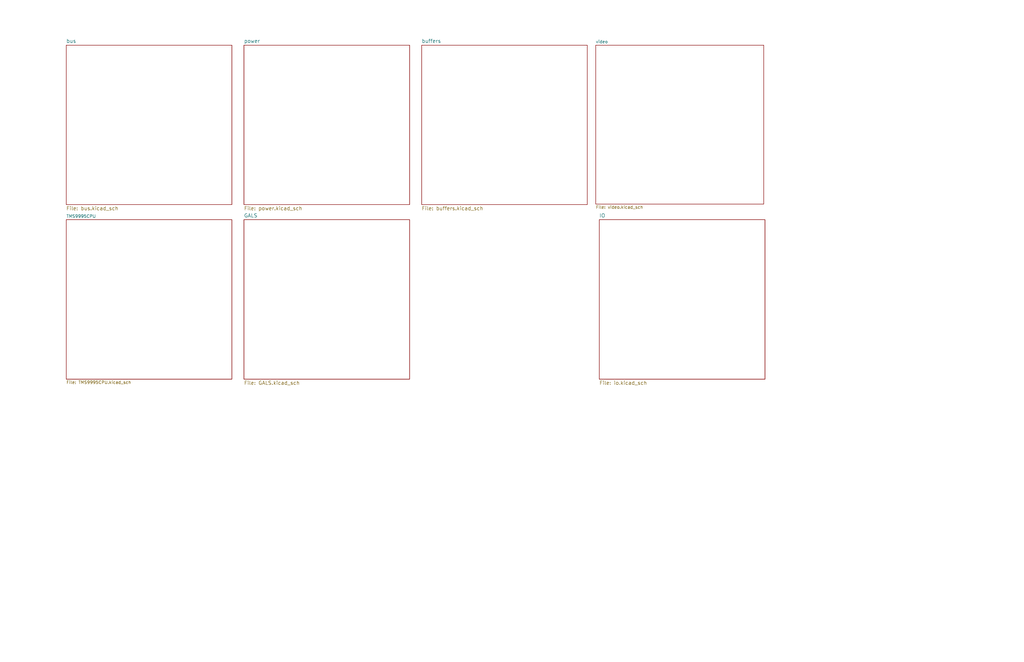
<source format=kicad_sch>
(kicad_sch
	(version 20231120)
	(generator "eeschema")
	(generator_version "8.0")
	(uuid "18cdbc1e-88fb-4fa4-ad3d-e978304be174")
	(paper "B")
	(title_block
		(title "CortexPC")
		(date "2025-05-25")
		(rev "V0.5")
	)
	(lib_symbols)
	(sheet
		(at 102.87 92.71)
		(size 69.85 67.31)
		(fields_autoplaced yes)
		(stroke
			(width 0)
			(type solid)
		)
		(fill
			(color 0 0 0 0.0000)
		)
		(uuid "00000000-0000-0000-0000-0000640c66b9")
		(property "Sheetname" "GALS"
			(at 102.87 91.8714 0)
			(effects
				(font
					(size 1.524 1.524)
				)
				(justify left bottom)
			)
		)
		(property "Sheetfile" "GALS.kicad_sch"
			(at 102.87 160.7062 0)
			(effects
				(font
					(size 1.524 1.524)
				)
				(justify left top)
			)
		)
		(instances
			(project "CortexPC"
				(path "/18cdbc1e-88fb-4fa4-ad3d-e978304be174"
					(page "5")
				)
			)
		)
	)
	(sheet
		(at 252.73 92.71)
		(size 69.85 67.31)
		(fields_autoplaced yes)
		(stroke
			(width 0)
			(type solid)
		)
		(fill
			(color 0 0 0 0.0000)
		)
		(uuid "00000000-0000-0000-0000-000064122c47")
		(property "Sheetname" "IO"
			(at 252.73 91.8714 0)
			(effects
				(font
					(size 1.524 1.524)
				)
				(justify left bottom)
			)
		)
		(property "Sheetfile" "io.kicad_sch"
			(at 252.73 160.7062 0)
			(effects
				(font
					(size 1.524 1.524)
				)
				(justify left top)
			)
		)
		(instances
			(project "CortexPC"
				(path "/18cdbc1e-88fb-4fa4-ad3d-e978304be174"
					(page "11")
				)
			)
		)
	)
	(sheet
		(at 27.94 19.05)
		(size 69.85 67.31)
		(fields_autoplaced yes)
		(stroke
			(width 0)
			(type solid)
		)
		(fill
			(color 0 0 0 0.0000)
		)
		(uuid "00000000-0000-0000-0000-00006416c532")
		(property "Sheetname" "bus"
			(at 27.94 18.2114 0)
			(effects
				(font
					(size 1.524 1.524)
				)
				(justify left bottom)
			)
		)
		(property "Sheetfile" "bus.kicad_sch"
			(at 27.94 87.0462 0)
			(effects
				(font
					(size 1.524 1.524)
				)
				(justify left top)
			)
		)
		(instances
			(project "CortexPC"
				(path "/18cdbc1e-88fb-4fa4-ad3d-e978304be174"
					(page "2")
				)
			)
		)
	)
	(sheet
		(at 102.87 19.05)
		(size 69.85 67.31)
		(fields_autoplaced yes)
		(stroke
			(width 0)
			(type solid)
		)
		(fill
			(color 0 0 0 0.0000)
		)
		(uuid "00000000-0000-0000-0000-0000643138dc")
		(property "Sheetname" "power"
			(at 102.87 18.2114 0)
			(effects
				(font
					(size 1.524 1.524)
				)
				(justify left bottom)
			)
		)
		(property "Sheetfile" "power.kicad_sch"
			(at 102.87 87.0462 0)
			(effects
				(font
					(size 1.524 1.524)
				)
				(justify left top)
			)
		)
		(instances
			(project "CortexPC"
				(path "/18cdbc1e-88fb-4fa4-ad3d-e978304be174"
					(page "4")
				)
			)
		)
	)
	(sheet
		(at 177.8 19.05)
		(size 69.85 67.31)
		(fields_autoplaced yes)
		(stroke
			(width 0)
			(type solid)
		)
		(fill
			(color 0 0 0 0.0000)
		)
		(uuid "00000000-0000-0000-0000-00006439f52f")
		(property "Sheetname" "buffers"
			(at 177.8 18.2114 0)
			(effects
				(font
					(size 1.524 1.524)
				)
				(justify left bottom)
			)
		)
		(property "Sheetfile" "buffers.kicad_sch"
			(at 177.8 87.0462 0)
			(effects
				(font
					(size 1.524 1.524)
				)
				(justify left top)
			)
		)
		(instances
			(project "CortexPC"
				(path "/18cdbc1e-88fb-4fa4-ad3d-e978304be174"
					(page "6")
				)
			)
		)
	)
	(sheet
		(at 27.94 92.71)
		(size 69.85 67.31)
		(fields_autoplaced yes)
		(stroke
			(width 0.1524)
			(type solid)
		)
		(fill
			(color 0 0 0 0.0000)
		)
		(uuid "ba44e7a1-24af-4410-9b7f-d27d944b565f")
		(property "Sheetname" "TMS9995CPU"
			(at 27.94 91.9984 0)
			(effects
				(font
					(size 1.27 1.27)
				)
				(justify left bottom)
			)
		)
		(property "Sheetfile" "TMS9995CPU.kicad_sch"
			(at 27.94 160.6046 0)
			(effects
				(font
					(size 1.27 1.27)
				)
				(justify left top)
			)
		)
		(instances
			(project "CortexPC"
				(path "/18cdbc1e-88fb-4fa4-ad3d-e978304be174"
					(page "9")
				)
			)
		)
	)
	(sheet
		(at 251.206 19.05)
		(size 70.866 67.056)
		(fields_autoplaced yes)
		(stroke
			(width 0.1524)
			(type solid)
		)
		(fill
			(color 0 0 0 0.0000)
		)
		(uuid "bf22aaf9-2ccd-42cb-8c74-82ad86acbf23")
		(property "Sheetname" "video"
			(at 251.206 18.3384 0)
			(effects
				(font
					(size 1.27 1.27)
				)
				(justify left bottom)
			)
		)
		(property "Sheetfile" "video.kicad_sch"
			(at 251.206 86.6906 0)
			(effects
				(font
					(size 1.27 1.27)
				)
				(justify left top)
			)
		)
		(instances
			(project "CortexPC"
				(path "/18cdbc1e-88fb-4fa4-ad3d-e978304be174"
					(page "9")
				)
			)
		)
	)
	(sheet_instances
		(path "/"
			(page "1")
		)
	)
)

</source>
